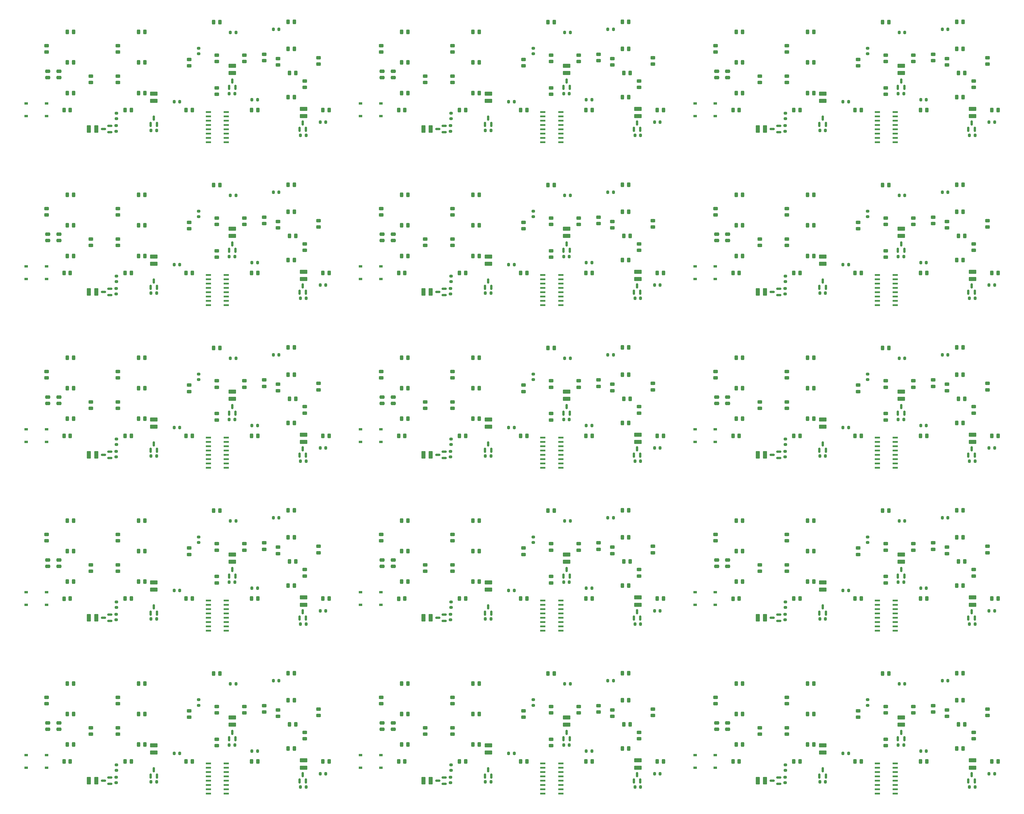
<source format=gtp>
%TF.GenerationSoftware,KiCad,Pcbnew,7.0.1-3b83917a11~171~ubuntu20.04.1*%
%TF.CreationDate,2023-10-26T23:57:43+02:00*%
%TF.ProjectId,panel_bottom,70616e65-6c5f-4626-9f74-746f6d2e6b69,rev?*%
%TF.SameCoordinates,Original*%
%TF.FileFunction,Paste,Top*%
%TF.FilePolarity,Positive*%
%FSLAX46Y46*%
G04 Gerber Fmt 4.6, Leading zero omitted, Abs format (unit mm)*
G04 Created by KiCad (PCBNEW 7.0.1-3b83917a11~171~ubuntu20.04.1) date 2023-10-26 23:57:43*
%MOMM*%
%LPD*%
G01*
G04 APERTURE LIST*
G04 Aperture macros list*
%AMRoundRect*
0 Rectangle with rounded corners*
0 $1 Rounding radius*
0 $2 $3 $4 $5 $6 $7 $8 $9 X,Y pos of 4 corners*
0 Add a 4 corners polygon primitive as box body*
4,1,4,$2,$3,$4,$5,$6,$7,$8,$9,$2,$3,0*
0 Add four circle primitives for the rounded corners*
1,1,$1+$1,$2,$3*
1,1,$1+$1,$4,$5*
1,1,$1+$1,$6,$7*
1,1,$1+$1,$8,$9*
0 Add four rect primitives between the rounded corners*
20,1,$1+$1,$2,$3,$4,$5,0*
20,1,$1+$1,$4,$5,$6,$7,0*
20,1,$1+$1,$6,$7,$8,$9,0*
20,1,$1+$1,$8,$9,$2,$3,0*%
G04 Aperture macros list end*
%ADD10RoundRect,0.243750X0.456250X-0.243750X0.456250X0.243750X-0.456250X0.243750X-0.456250X-0.243750X0*%
%ADD11RoundRect,0.250000X0.850000X-0.375000X0.850000X0.375000X-0.850000X0.375000X-0.850000X-0.375000X0*%
%ADD12RoundRect,0.243750X-0.243750X-0.456250X0.243750X-0.456250X0.243750X0.456250X-0.243750X0.456250X0*%
%ADD13RoundRect,0.150000X0.150000X-0.587500X0.150000X0.587500X-0.150000X0.587500X-0.150000X-0.587500X0*%
%ADD14RoundRect,0.243750X0.243750X0.456250X-0.243750X0.456250X-0.243750X-0.456250X0.243750X-0.456250X0*%
%ADD15RoundRect,0.243750X-0.456250X0.243750X-0.456250X-0.243750X0.456250X-0.243750X0.456250X0.243750X0*%
%ADD16RoundRect,0.200000X0.275000X-0.200000X0.275000X0.200000X-0.275000X0.200000X-0.275000X-0.200000X0*%
%ADD17RoundRect,0.200000X0.200000X0.275000X-0.200000X0.275000X-0.200000X-0.275000X0.200000X-0.275000X0*%
%ADD18RoundRect,0.250000X-0.475000X0.250000X-0.475000X-0.250000X0.475000X-0.250000X0.475000X0.250000X0*%
%ADD19R,1.000000X0.750000*%
%ADD20RoundRect,0.200000X-0.275000X0.200000X-0.275000X-0.200000X0.275000X-0.200000X0.275000X0.200000X0*%
%ADD21RoundRect,0.250000X0.375000X0.850000X-0.375000X0.850000X-0.375000X-0.850000X0.375000X-0.850000X0*%
%ADD22RoundRect,0.137500X-0.662500X-0.137500X0.662500X-0.137500X0.662500X0.137500X-0.662500X0.137500X0*%
%ADD23RoundRect,0.150000X0.587500X0.150000X-0.587500X0.150000X-0.587500X-0.150000X0.587500X-0.150000X0*%
%ADD24RoundRect,0.200000X-0.200000X-0.275000X0.200000X-0.275000X0.200000X0.275000X-0.200000X0.275000X0*%
G04 APERTURE END LIST*
D10*
%TO.C,D21*%
X160842000Y-184695500D03*
X160842000Y-182820500D03*
%TD*%
%TO.C,D21*%
X259342000Y-184695500D03*
X259342000Y-182820500D03*
%TD*%
%TO.C,D21*%
X62342000Y-232695500D03*
X62342000Y-230820500D03*
%TD*%
%TO.C,D21*%
X160842000Y-232695500D03*
X160842000Y-230820500D03*
%TD*%
%TO.C,D21*%
X259342000Y-232695500D03*
X259342000Y-230820500D03*
%TD*%
%TO.C,D21*%
X259342000Y-40695500D03*
X259342000Y-38820500D03*
%TD*%
%TO.C,D21*%
X62342000Y-88695500D03*
X62342000Y-86820500D03*
%TD*%
%TO.C,D21*%
X160842000Y-88695500D03*
X160842000Y-86820500D03*
%TD*%
%TO.C,D21*%
X259342000Y-88695500D03*
X259342000Y-86820500D03*
%TD*%
%TO.C,D21*%
X62342000Y-136695500D03*
X62342000Y-134820500D03*
%TD*%
%TO.C,D21*%
X160842000Y-136695500D03*
X160842000Y-134820500D03*
%TD*%
%TO.C,D21*%
X259342000Y-136695500D03*
X259342000Y-134820500D03*
%TD*%
%TO.C,D21*%
X62342000Y-184695500D03*
X62342000Y-182820500D03*
%TD*%
%TO.C,D21*%
X62342000Y-40695500D03*
X62342000Y-38820500D03*
%TD*%
%TO.C,D21*%
X160842000Y-40695500D03*
X160842000Y-38820500D03*
%TD*%
D11*
%TO.C,L2*%
X87904000Y-56811000D03*
X87904000Y-54661000D03*
%TD*%
%TO.C,L2*%
X186404000Y-56811000D03*
X186404000Y-54661000D03*
%TD*%
%TO.C,L2*%
X284904000Y-56811000D03*
X284904000Y-54661000D03*
%TD*%
%TO.C,L2*%
X87904000Y-104811000D03*
X87904000Y-102661000D03*
%TD*%
%TO.C,L2*%
X186404000Y-104811000D03*
X186404000Y-102661000D03*
%TD*%
%TO.C,L2*%
X284904000Y-104811000D03*
X284904000Y-102661000D03*
%TD*%
%TO.C,L2*%
X87904000Y-152811000D03*
X87904000Y-150661000D03*
%TD*%
%TO.C,L2*%
X186404000Y-152811000D03*
X186404000Y-150661000D03*
%TD*%
%TO.C,L2*%
X284904000Y-152811000D03*
X284904000Y-150661000D03*
%TD*%
%TO.C,L2*%
X87904000Y-200811000D03*
X87904000Y-198661000D03*
%TD*%
%TO.C,L2*%
X186404000Y-200811000D03*
X186404000Y-198661000D03*
%TD*%
%TO.C,L2*%
X284904000Y-200811000D03*
X284904000Y-198661000D03*
%TD*%
%TO.C,L2*%
X87904000Y-248811000D03*
X87904000Y-246661000D03*
%TD*%
%TO.C,L2*%
X186404000Y-248811000D03*
X186404000Y-246661000D03*
%TD*%
%TO.C,L2*%
X284904000Y-248811000D03*
X284904000Y-246661000D03*
%TD*%
D12*
%TO.C,D22*%
X290584000Y-150998000D03*
X292459000Y-150998000D03*
%TD*%
%TO.C,D22*%
X93584000Y-198998000D03*
X95459000Y-198998000D03*
%TD*%
%TO.C,D22*%
X192084000Y-198998000D03*
X193959000Y-198998000D03*
%TD*%
%TO.C,D22*%
X290584000Y-198998000D03*
X292459000Y-198998000D03*
%TD*%
%TO.C,D22*%
X93584000Y-246998000D03*
X95459000Y-246998000D03*
%TD*%
%TO.C,D22*%
X192084000Y-246998000D03*
X193959000Y-246998000D03*
%TD*%
%TO.C,D22*%
X290584000Y-246998000D03*
X292459000Y-246998000D03*
%TD*%
%TO.C,D22*%
X93584000Y-54998000D03*
X95459000Y-54998000D03*
%TD*%
%TO.C,D22*%
X192084000Y-54998000D03*
X193959000Y-54998000D03*
%TD*%
%TO.C,D22*%
X290584000Y-54998000D03*
X292459000Y-54998000D03*
%TD*%
%TO.C,D22*%
X93584000Y-102998000D03*
X95459000Y-102998000D03*
%TD*%
%TO.C,D22*%
X192084000Y-102998000D03*
X193959000Y-102998000D03*
%TD*%
%TO.C,D22*%
X290584000Y-102998000D03*
X292459000Y-102998000D03*
%TD*%
%TO.C,D22*%
X93584000Y-150998000D03*
X95459000Y-150998000D03*
%TD*%
%TO.C,D22*%
X192084000Y-150998000D03*
X193959000Y-150998000D03*
%TD*%
D11*
%TO.C,L5*%
X43850000Y-52350000D03*
X43850000Y-50200000D03*
%TD*%
%TO.C,L5*%
X142350000Y-52350000D03*
X142350000Y-50200000D03*
%TD*%
%TO.C,L5*%
X240850000Y-52350000D03*
X240850000Y-50200000D03*
%TD*%
%TO.C,L5*%
X43850000Y-100350000D03*
X43850000Y-98200000D03*
%TD*%
%TO.C,L5*%
X142350000Y-100350000D03*
X142350000Y-98200000D03*
%TD*%
%TO.C,L5*%
X240850000Y-100350000D03*
X240850000Y-98200000D03*
%TD*%
%TO.C,L5*%
X43850000Y-148350000D03*
X43850000Y-146200000D03*
%TD*%
%TO.C,L5*%
X142350000Y-148350000D03*
X142350000Y-146200000D03*
%TD*%
%TO.C,L5*%
X240850000Y-148350000D03*
X240850000Y-146200000D03*
%TD*%
%TO.C,L5*%
X43850000Y-196350000D03*
X43850000Y-194200000D03*
%TD*%
%TO.C,L5*%
X142350000Y-196350000D03*
X142350000Y-194200000D03*
%TD*%
%TO.C,L5*%
X240850000Y-196350000D03*
X240850000Y-194200000D03*
%TD*%
%TO.C,L5*%
X43850000Y-244350000D03*
X43850000Y-242200000D03*
%TD*%
%TO.C,L5*%
X142350000Y-244350000D03*
X142350000Y-242200000D03*
%TD*%
%TO.C,L5*%
X240850000Y-244350000D03*
X240850000Y-242200000D03*
%TD*%
D13*
%TO.C,Q2*%
X42850000Y-59275000D03*
X44750000Y-59275000D03*
X43800000Y-57400000D03*
%TD*%
%TO.C,Q2*%
X141350000Y-59275000D03*
X143250000Y-59275000D03*
X142300000Y-57400000D03*
%TD*%
%TO.C,Q2*%
X239850000Y-59275000D03*
X241750000Y-59275000D03*
X240800000Y-57400000D03*
%TD*%
%TO.C,Q2*%
X42850000Y-107275000D03*
X44750000Y-107275000D03*
X43800000Y-105400000D03*
%TD*%
%TO.C,Q2*%
X141350000Y-107275000D03*
X143250000Y-107275000D03*
X142300000Y-105400000D03*
%TD*%
%TO.C,Q2*%
X239850000Y-107275000D03*
X241750000Y-107275000D03*
X240800000Y-105400000D03*
%TD*%
%TO.C,Q2*%
X42850000Y-155275000D03*
X44750000Y-155275000D03*
X43800000Y-153400000D03*
%TD*%
%TO.C,Q2*%
X141350000Y-155275000D03*
X143250000Y-155275000D03*
X142300000Y-153400000D03*
%TD*%
%TO.C,Q2*%
X239850000Y-155275000D03*
X241750000Y-155275000D03*
X240800000Y-153400000D03*
%TD*%
%TO.C,Q2*%
X42850000Y-203275000D03*
X44750000Y-203275000D03*
X43800000Y-201400000D03*
%TD*%
%TO.C,Q2*%
X141350000Y-203275000D03*
X143250000Y-203275000D03*
X142300000Y-201400000D03*
%TD*%
%TO.C,Q2*%
X239850000Y-203275000D03*
X241750000Y-203275000D03*
X240800000Y-201400000D03*
%TD*%
%TO.C,Q2*%
X42850000Y-251275000D03*
X44750000Y-251275000D03*
X43800000Y-249400000D03*
%TD*%
%TO.C,Q2*%
X141350000Y-251275000D03*
X143250000Y-251275000D03*
X142300000Y-249400000D03*
%TD*%
%TO.C,Q2*%
X239850000Y-251275000D03*
X241750000Y-251275000D03*
X240800000Y-249400000D03*
%TD*%
D12*
%TO.C,D5*%
X18312500Y-50000000D03*
X20187500Y-50000000D03*
%TD*%
%TO.C,D5*%
X116812500Y-50000000D03*
X118687500Y-50000000D03*
%TD*%
%TO.C,D5*%
X215312500Y-50000000D03*
X217187500Y-50000000D03*
%TD*%
%TO.C,D5*%
X18312500Y-98000000D03*
X20187500Y-98000000D03*
%TD*%
%TO.C,D5*%
X116812500Y-98000000D03*
X118687500Y-98000000D03*
%TD*%
%TO.C,D5*%
X215312500Y-98000000D03*
X217187500Y-98000000D03*
%TD*%
%TO.C,D5*%
X18312500Y-146000000D03*
X20187500Y-146000000D03*
%TD*%
%TO.C,D5*%
X116812500Y-146000000D03*
X118687500Y-146000000D03*
%TD*%
%TO.C,D5*%
X215312500Y-146000000D03*
X217187500Y-146000000D03*
%TD*%
%TO.C,D5*%
X18312500Y-194000000D03*
X20187500Y-194000000D03*
%TD*%
%TO.C,D5*%
X116812500Y-194000000D03*
X118687500Y-194000000D03*
%TD*%
%TO.C,D5*%
X215312500Y-194000000D03*
X217187500Y-194000000D03*
%TD*%
%TO.C,D5*%
X18312500Y-242000000D03*
X20187500Y-242000000D03*
%TD*%
%TO.C,D5*%
X116812500Y-242000000D03*
X118687500Y-242000000D03*
%TD*%
%TO.C,D5*%
X215312500Y-242000000D03*
X217187500Y-242000000D03*
%TD*%
D14*
%TO.C,D13*%
X37187500Y-55000000D03*
X35312500Y-55000000D03*
%TD*%
%TO.C,D13*%
X135687500Y-55000000D03*
X133812500Y-55000000D03*
%TD*%
%TO.C,D13*%
X234187500Y-55000000D03*
X232312500Y-55000000D03*
%TD*%
%TO.C,D13*%
X37187500Y-103000000D03*
X35312500Y-103000000D03*
%TD*%
%TO.C,D13*%
X135687500Y-103000000D03*
X133812500Y-103000000D03*
%TD*%
%TO.C,D13*%
X234187500Y-103000000D03*
X232312500Y-103000000D03*
%TD*%
%TO.C,D13*%
X37187500Y-151000000D03*
X35312500Y-151000000D03*
%TD*%
%TO.C,D13*%
X135687500Y-151000000D03*
X133812500Y-151000000D03*
%TD*%
%TO.C,D13*%
X234187500Y-151000000D03*
X232312500Y-151000000D03*
%TD*%
%TO.C,D13*%
X37187500Y-199000000D03*
X35312500Y-199000000D03*
%TD*%
%TO.C,D13*%
X135687500Y-199000000D03*
X133812500Y-199000000D03*
%TD*%
%TO.C,D13*%
X234187500Y-199000000D03*
X232312500Y-199000000D03*
%TD*%
%TO.C,D13*%
X37187500Y-247000000D03*
X35312500Y-247000000D03*
%TD*%
%TO.C,D13*%
X135687500Y-247000000D03*
X133812500Y-247000000D03*
%TD*%
%TO.C,D13*%
X234187500Y-247000000D03*
X232312500Y-247000000D03*
%TD*%
D10*
%TO.C,D26*%
X80376000Y-41711500D03*
X80376000Y-39836500D03*
%TD*%
%TO.C,D26*%
X178876000Y-41711500D03*
X178876000Y-39836500D03*
%TD*%
%TO.C,D26*%
X277376000Y-41711500D03*
X277376000Y-39836500D03*
%TD*%
%TO.C,D26*%
X80376000Y-89711500D03*
X80376000Y-87836500D03*
%TD*%
%TO.C,D26*%
X178876000Y-89711500D03*
X178876000Y-87836500D03*
%TD*%
%TO.C,D26*%
X277376000Y-89711500D03*
X277376000Y-87836500D03*
%TD*%
%TO.C,D26*%
X80376000Y-137711500D03*
X80376000Y-135836500D03*
%TD*%
%TO.C,D26*%
X178876000Y-137711500D03*
X178876000Y-135836500D03*
%TD*%
%TO.C,D26*%
X277376000Y-137711500D03*
X277376000Y-135836500D03*
%TD*%
%TO.C,D26*%
X80376000Y-185711500D03*
X80376000Y-183836500D03*
%TD*%
%TO.C,D26*%
X178876000Y-185711500D03*
X178876000Y-183836500D03*
%TD*%
%TO.C,D26*%
X277376000Y-185711500D03*
X277376000Y-183836500D03*
%TD*%
%TO.C,D26*%
X80376000Y-233711500D03*
X80376000Y-231836500D03*
%TD*%
%TO.C,D26*%
X178876000Y-233711500D03*
X178876000Y-231836500D03*
%TD*%
%TO.C,D26*%
X277376000Y-233711500D03*
X277376000Y-231836500D03*
%TD*%
D12*
%TO.C,D1*%
X18312500Y-32000000D03*
X20187500Y-32000000D03*
%TD*%
%TO.C,D1*%
X116812500Y-32000000D03*
X118687500Y-32000000D03*
%TD*%
%TO.C,D1*%
X215312500Y-32000000D03*
X217187500Y-32000000D03*
%TD*%
%TO.C,D1*%
X18312500Y-80000000D03*
X20187500Y-80000000D03*
%TD*%
%TO.C,D1*%
X116812500Y-80000000D03*
X118687500Y-80000000D03*
%TD*%
%TO.C,D1*%
X215312500Y-80000000D03*
X217187500Y-80000000D03*
%TD*%
%TO.C,D1*%
X18312500Y-128000000D03*
X20187500Y-128000000D03*
%TD*%
%TO.C,D1*%
X116812500Y-128000000D03*
X118687500Y-128000000D03*
%TD*%
%TO.C,D1*%
X215312500Y-128000000D03*
X217187500Y-128000000D03*
%TD*%
%TO.C,D1*%
X18312500Y-176000000D03*
X20187500Y-176000000D03*
%TD*%
%TO.C,D1*%
X116812500Y-176000000D03*
X118687500Y-176000000D03*
%TD*%
%TO.C,D1*%
X215312500Y-176000000D03*
X217187500Y-176000000D03*
%TD*%
%TO.C,D1*%
X18312500Y-224000000D03*
X20187500Y-224000000D03*
%TD*%
%TO.C,D1*%
X116812500Y-224000000D03*
X118687500Y-224000000D03*
%TD*%
%TO.C,D1*%
X215312500Y-224000000D03*
X217187500Y-224000000D03*
%TD*%
D15*
%TO.C,D2*%
X12250000Y-36062500D03*
X12250000Y-37937500D03*
%TD*%
%TO.C,D2*%
X110750000Y-36062500D03*
X110750000Y-37937500D03*
%TD*%
%TO.C,D2*%
X209250000Y-36062500D03*
X209250000Y-37937500D03*
%TD*%
%TO.C,D2*%
X12250000Y-84062500D03*
X12250000Y-85937500D03*
%TD*%
%TO.C,D2*%
X110750000Y-84062500D03*
X110750000Y-85937500D03*
%TD*%
%TO.C,D2*%
X209250000Y-84062500D03*
X209250000Y-85937500D03*
%TD*%
%TO.C,D2*%
X12250000Y-132062500D03*
X12250000Y-133937500D03*
%TD*%
%TO.C,D2*%
X110750000Y-132062500D03*
X110750000Y-133937500D03*
%TD*%
%TO.C,D2*%
X209250000Y-132062500D03*
X209250000Y-133937500D03*
%TD*%
%TO.C,D2*%
X12250000Y-180062500D03*
X12250000Y-181937500D03*
%TD*%
%TO.C,D2*%
X110750000Y-180062500D03*
X110750000Y-181937500D03*
%TD*%
%TO.C,D2*%
X209250000Y-180062500D03*
X209250000Y-181937500D03*
%TD*%
%TO.C,D2*%
X12250000Y-228062500D03*
X12250000Y-229937500D03*
%TD*%
%TO.C,D2*%
X110750000Y-228062500D03*
X110750000Y-229937500D03*
%TD*%
%TO.C,D2*%
X209250000Y-228062500D03*
X209250000Y-229937500D03*
%TD*%
D16*
%TO.C,R8*%
X57050000Y-38450000D03*
X57050000Y-36800000D03*
%TD*%
%TO.C,R8*%
X155550000Y-38450000D03*
X155550000Y-36800000D03*
%TD*%
%TO.C,R8*%
X254050000Y-38450000D03*
X254050000Y-36800000D03*
%TD*%
%TO.C,R8*%
X57050000Y-86450000D03*
X57050000Y-84800000D03*
%TD*%
%TO.C,R8*%
X155550000Y-86450000D03*
X155550000Y-84800000D03*
%TD*%
%TO.C,R8*%
X254050000Y-86450000D03*
X254050000Y-84800000D03*
%TD*%
%TO.C,R8*%
X57050000Y-134450000D03*
X57050000Y-132800000D03*
%TD*%
%TO.C,R8*%
X155550000Y-134450000D03*
X155550000Y-132800000D03*
%TD*%
%TO.C,R8*%
X254050000Y-134450000D03*
X254050000Y-132800000D03*
%TD*%
%TO.C,R8*%
X57050000Y-182450000D03*
X57050000Y-180800000D03*
%TD*%
%TO.C,R8*%
X155550000Y-182450000D03*
X155550000Y-180800000D03*
%TD*%
%TO.C,R8*%
X254050000Y-182450000D03*
X254050000Y-180800000D03*
%TD*%
%TO.C,R8*%
X57050000Y-230450000D03*
X57050000Y-228800000D03*
%TD*%
%TO.C,R8*%
X155550000Y-230450000D03*
X155550000Y-228800000D03*
%TD*%
%TO.C,R8*%
X254050000Y-230450000D03*
X254050000Y-228800000D03*
%TD*%
D12*
%TO.C,D10*%
X39312500Y-50000000D03*
X41187500Y-50000000D03*
%TD*%
%TO.C,D10*%
X137812500Y-50000000D03*
X139687500Y-50000000D03*
%TD*%
%TO.C,D10*%
X236312500Y-50000000D03*
X238187500Y-50000000D03*
%TD*%
%TO.C,D10*%
X39312500Y-98000000D03*
X41187500Y-98000000D03*
%TD*%
%TO.C,D10*%
X137812500Y-98000000D03*
X139687500Y-98000000D03*
%TD*%
%TO.C,D10*%
X236312500Y-98000000D03*
X238187500Y-98000000D03*
%TD*%
%TO.C,D10*%
X39312500Y-146000000D03*
X41187500Y-146000000D03*
%TD*%
%TO.C,D10*%
X137812500Y-146000000D03*
X139687500Y-146000000D03*
%TD*%
%TO.C,D10*%
X236312500Y-146000000D03*
X238187500Y-146000000D03*
%TD*%
%TO.C,D10*%
X39312500Y-194000000D03*
X41187500Y-194000000D03*
%TD*%
%TO.C,D10*%
X137812500Y-194000000D03*
X139687500Y-194000000D03*
%TD*%
%TO.C,D10*%
X236312500Y-194000000D03*
X238187500Y-194000000D03*
%TD*%
%TO.C,D10*%
X39312500Y-242000000D03*
X41187500Y-242000000D03*
%TD*%
%TO.C,D10*%
X137812500Y-242000000D03*
X139687500Y-242000000D03*
%TD*%
%TO.C,D10*%
X236312500Y-242000000D03*
X238187500Y-242000000D03*
%TD*%
D17*
%TO.C,R12*%
X94450000Y-58600000D03*
X92800000Y-58600000D03*
%TD*%
%TO.C,R12*%
X192950000Y-58600000D03*
X191300000Y-58600000D03*
%TD*%
%TO.C,R12*%
X291450000Y-58600000D03*
X289800000Y-58600000D03*
%TD*%
%TO.C,R12*%
X94450000Y-106600000D03*
X92800000Y-106600000D03*
%TD*%
%TO.C,R12*%
X192950000Y-106600000D03*
X191300000Y-106600000D03*
%TD*%
%TO.C,R12*%
X291450000Y-106600000D03*
X289800000Y-106600000D03*
%TD*%
%TO.C,R12*%
X94450000Y-154600000D03*
X92800000Y-154600000D03*
%TD*%
%TO.C,R12*%
X192950000Y-154600000D03*
X191300000Y-154600000D03*
%TD*%
%TO.C,R12*%
X291450000Y-154600000D03*
X289800000Y-154600000D03*
%TD*%
%TO.C,R12*%
X94450000Y-202600000D03*
X92800000Y-202600000D03*
%TD*%
%TO.C,R12*%
X192950000Y-202600000D03*
X191300000Y-202600000D03*
%TD*%
%TO.C,R12*%
X291450000Y-202600000D03*
X289800000Y-202600000D03*
%TD*%
%TO.C,R12*%
X94450000Y-250600000D03*
X92800000Y-250600000D03*
%TD*%
%TO.C,R12*%
X192950000Y-250600000D03*
X191300000Y-250600000D03*
%TD*%
%TO.C,R12*%
X291450000Y-250600000D03*
X289800000Y-250600000D03*
%TD*%
D12*
%TO.C,D15*%
X61404500Y-29090000D03*
X63279500Y-29090000D03*
%TD*%
%TO.C,D15*%
X159904500Y-29090000D03*
X161779500Y-29090000D03*
%TD*%
%TO.C,D15*%
X258404500Y-29090000D03*
X260279500Y-29090000D03*
%TD*%
%TO.C,D15*%
X61404500Y-77090000D03*
X63279500Y-77090000D03*
%TD*%
%TO.C,D15*%
X159904500Y-77090000D03*
X161779500Y-77090000D03*
%TD*%
%TO.C,D15*%
X258404500Y-77090000D03*
X260279500Y-77090000D03*
%TD*%
%TO.C,D15*%
X61404500Y-125090000D03*
X63279500Y-125090000D03*
%TD*%
%TO.C,D15*%
X159904500Y-125090000D03*
X161779500Y-125090000D03*
%TD*%
%TO.C,D15*%
X258404500Y-125090000D03*
X260279500Y-125090000D03*
%TD*%
%TO.C,D15*%
X61404500Y-173090000D03*
X63279500Y-173090000D03*
%TD*%
%TO.C,D15*%
X159904500Y-173090000D03*
X161779500Y-173090000D03*
%TD*%
%TO.C,D15*%
X258404500Y-173090000D03*
X260279500Y-173090000D03*
%TD*%
%TO.C,D15*%
X61404500Y-221090000D03*
X63279500Y-221090000D03*
%TD*%
%TO.C,D15*%
X159904500Y-221090000D03*
X161779500Y-221090000D03*
%TD*%
%TO.C,D15*%
X258404500Y-221090000D03*
X260279500Y-221090000D03*
%TD*%
%TO.C,D14*%
X53312500Y-55000000D03*
X55187500Y-55000000D03*
%TD*%
%TO.C,D14*%
X151812500Y-55000000D03*
X153687500Y-55000000D03*
%TD*%
%TO.C,D14*%
X250312500Y-55000000D03*
X252187500Y-55000000D03*
%TD*%
%TO.C,D14*%
X53312500Y-103000000D03*
X55187500Y-103000000D03*
%TD*%
%TO.C,D14*%
X151812500Y-103000000D03*
X153687500Y-103000000D03*
%TD*%
%TO.C,D14*%
X250312500Y-103000000D03*
X252187500Y-103000000D03*
%TD*%
%TO.C,D14*%
X53312500Y-151000000D03*
X55187500Y-151000000D03*
%TD*%
%TO.C,D14*%
X151812500Y-151000000D03*
X153687500Y-151000000D03*
%TD*%
%TO.C,D14*%
X250312500Y-151000000D03*
X252187500Y-151000000D03*
%TD*%
%TO.C,D14*%
X53312500Y-199000000D03*
X55187500Y-199000000D03*
%TD*%
%TO.C,D14*%
X151812500Y-199000000D03*
X153687500Y-199000000D03*
%TD*%
%TO.C,D14*%
X250312500Y-199000000D03*
X252187500Y-199000000D03*
%TD*%
%TO.C,D14*%
X53312500Y-247000000D03*
X55187500Y-247000000D03*
%TD*%
%TO.C,D14*%
X151812500Y-247000000D03*
X153687500Y-247000000D03*
%TD*%
%TO.C,D14*%
X250312500Y-247000000D03*
X252187500Y-247000000D03*
%TD*%
D18*
%TO.C,C3*%
X12558000Y-43600000D03*
X12558000Y-45500000D03*
%TD*%
%TO.C,C3*%
X111058000Y-43600000D03*
X111058000Y-45500000D03*
%TD*%
%TO.C,C3*%
X209558000Y-43600000D03*
X209558000Y-45500000D03*
%TD*%
%TO.C,C3*%
X12558000Y-91600000D03*
X12558000Y-93500000D03*
%TD*%
%TO.C,C3*%
X111058000Y-91600000D03*
X111058000Y-93500000D03*
%TD*%
%TO.C,C3*%
X209558000Y-91600000D03*
X209558000Y-93500000D03*
%TD*%
%TO.C,C3*%
X12558000Y-139600000D03*
X12558000Y-141500000D03*
%TD*%
%TO.C,C3*%
X111058000Y-139600000D03*
X111058000Y-141500000D03*
%TD*%
%TO.C,C3*%
X209558000Y-139600000D03*
X209558000Y-141500000D03*
%TD*%
%TO.C,C3*%
X12558000Y-187600000D03*
X12558000Y-189500000D03*
%TD*%
%TO.C,C3*%
X111058000Y-187600000D03*
X111058000Y-189500000D03*
%TD*%
%TO.C,C3*%
X209558000Y-187600000D03*
X209558000Y-189500000D03*
%TD*%
%TO.C,C3*%
X12558000Y-235600000D03*
X12558000Y-237500000D03*
%TD*%
%TO.C,C3*%
X111058000Y-235600000D03*
X111058000Y-237500000D03*
%TD*%
%TO.C,C3*%
X209558000Y-235600000D03*
X209558000Y-237500000D03*
%TD*%
D12*
%TO.C,D11*%
X115916500Y-247002000D03*
X117687500Y-247000000D03*
%TD*%
%TO.C,D11*%
X214416500Y-247002000D03*
X216187500Y-247000000D03*
%TD*%
%TO.C,D11*%
X17416500Y-55002000D03*
X19187500Y-55000000D03*
%TD*%
%TO.C,D11*%
X115916500Y-55002000D03*
X117687500Y-55000000D03*
%TD*%
%TO.C,D11*%
X214416500Y-55002000D03*
X216187500Y-55000000D03*
%TD*%
%TO.C,D11*%
X17416500Y-103002000D03*
X19187500Y-103000000D03*
%TD*%
%TO.C,D11*%
X115916500Y-103002000D03*
X117687500Y-103000000D03*
%TD*%
%TO.C,D11*%
X214416500Y-103002000D03*
X216187500Y-103000000D03*
%TD*%
%TO.C,D11*%
X17416500Y-151002000D03*
X19187500Y-151000000D03*
%TD*%
%TO.C,D11*%
X115916500Y-151002000D03*
X117687500Y-151000000D03*
%TD*%
%TO.C,D11*%
X214416500Y-151002000D03*
X216187500Y-151000000D03*
%TD*%
%TO.C,D11*%
X17416500Y-199002000D03*
X19187500Y-199000000D03*
%TD*%
%TO.C,D11*%
X115916500Y-199002000D03*
X117687500Y-199000000D03*
%TD*%
%TO.C,D11*%
X214416500Y-199002000D03*
X216187500Y-199000000D03*
%TD*%
%TO.C,D11*%
X17416500Y-247002000D03*
X19187500Y-247000000D03*
%TD*%
D19*
%TO.C,SW1*%
X12200000Y-56825000D03*
X6200000Y-56825000D03*
X12200000Y-53075000D03*
X6200000Y-53075000D03*
%TD*%
%TO.C,SW1*%
X110700000Y-56825000D03*
X104700000Y-56825000D03*
X110700000Y-53075000D03*
X104700000Y-53075000D03*
%TD*%
%TO.C,SW1*%
X209200000Y-56825000D03*
X203200000Y-56825000D03*
X209200000Y-53075000D03*
X203200000Y-53075000D03*
%TD*%
%TO.C,SW1*%
X12200000Y-104825000D03*
X6200000Y-104825000D03*
X12200000Y-101075000D03*
X6200000Y-101075000D03*
%TD*%
%TO.C,SW1*%
X110700000Y-104825000D03*
X104700000Y-104825000D03*
X110700000Y-101075000D03*
X104700000Y-101075000D03*
%TD*%
%TO.C,SW1*%
X209200000Y-104825000D03*
X203200000Y-104825000D03*
X209200000Y-101075000D03*
X203200000Y-101075000D03*
%TD*%
%TO.C,SW1*%
X12200000Y-152825000D03*
X6200000Y-152825000D03*
X12200000Y-149075000D03*
X6200000Y-149075000D03*
%TD*%
%TO.C,SW1*%
X110700000Y-152825000D03*
X104700000Y-152825000D03*
X110700000Y-149075000D03*
X104700000Y-149075000D03*
%TD*%
%TO.C,SW1*%
X209200000Y-152825000D03*
X203200000Y-152825000D03*
X209200000Y-149075000D03*
X203200000Y-149075000D03*
%TD*%
%TO.C,SW1*%
X12200000Y-200825000D03*
X6200000Y-200825000D03*
X12200000Y-197075000D03*
X6200000Y-197075000D03*
%TD*%
%TO.C,SW1*%
X110700000Y-200825000D03*
X104700000Y-200825000D03*
X110700000Y-197075000D03*
X104700000Y-197075000D03*
%TD*%
%TO.C,SW1*%
X209200000Y-200825000D03*
X203200000Y-200825000D03*
X209200000Y-197075000D03*
X203200000Y-197075000D03*
%TD*%
%TO.C,SW1*%
X12200000Y-248825000D03*
X6200000Y-248825000D03*
X12200000Y-245075000D03*
X6200000Y-245075000D03*
%TD*%
%TO.C,SW1*%
X110700000Y-248825000D03*
X104700000Y-248825000D03*
X110700000Y-245075000D03*
X104700000Y-245075000D03*
%TD*%
%TO.C,SW1*%
X209200000Y-248825000D03*
X203200000Y-248825000D03*
X209200000Y-245075000D03*
X203200000Y-245075000D03*
%TD*%
D13*
%TO.C,Q3*%
X65964000Y-48315500D03*
X67864000Y-48315500D03*
X66914000Y-46440500D03*
%TD*%
%TO.C,Q3*%
X164464000Y-48315500D03*
X166364000Y-48315500D03*
X165414000Y-46440500D03*
%TD*%
%TO.C,Q3*%
X262964000Y-48315500D03*
X264864000Y-48315500D03*
X263914000Y-46440500D03*
%TD*%
%TO.C,Q3*%
X65964000Y-96315500D03*
X67864000Y-96315500D03*
X66914000Y-94440500D03*
%TD*%
%TO.C,Q3*%
X164464000Y-96315500D03*
X166364000Y-96315500D03*
X165414000Y-94440500D03*
%TD*%
%TO.C,Q3*%
X262964000Y-96315500D03*
X264864000Y-96315500D03*
X263914000Y-94440500D03*
%TD*%
%TO.C,Q3*%
X65964000Y-144315500D03*
X67864000Y-144315500D03*
X66914000Y-142440500D03*
%TD*%
%TO.C,Q3*%
X164464000Y-144315500D03*
X166364000Y-144315500D03*
X165414000Y-142440500D03*
%TD*%
%TO.C,Q3*%
X262964000Y-144315500D03*
X264864000Y-144315500D03*
X263914000Y-142440500D03*
%TD*%
%TO.C,Q3*%
X65964000Y-192315500D03*
X67864000Y-192315500D03*
X66914000Y-190440500D03*
%TD*%
%TO.C,Q3*%
X164464000Y-192315500D03*
X166364000Y-192315500D03*
X165414000Y-190440500D03*
%TD*%
%TO.C,Q3*%
X262964000Y-192315500D03*
X264864000Y-192315500D03*
X263914000Y-190440500D03*
%TD*%
%TO.C,Q3*%
X65964000Y-240315500D03*
X67864000Y-240315500D03*
X66914000Y-238440500D03*
%TD*%
%TO.C,Q3*%
X164464000Y-240315500D03*
X166364000Y-240315500D03*
X165414000Y-238440500D03*
%TD*%
%TO.C,Q3*%
X262964000Y-240315500D03*
X264864000Y-240315500D03*
X263914000Y-238440500D03*
%TD*%
D20*
%TO.C,R2*%
X32850000Y-55950000D03*
X32850000Y-57600000D03*
%TD*%
%TO.C,R2*%
X131350000Y-55950000D03*
X131350000Y-57600000D03*
%TD*%
%TO.C,R2*%
X229850000Y-55950000D03*
X229850000Y-57600000D03*
%TD*%
%TO.C,R2*%
X32850000Y-103950000D03*
X32850000Y-105600000D03*
%TD*%
%TO.C,R2*%
X131350000Y-103950000D03*
X131350000Y-105600000D03*
%TD*%
%TO.C,R2*%
X229850000Y-103950000D03*
X229850000Y-105600000D03*
%TD*%
%TO.C,R2*%
X32850000Y-151950000D03*
X32850000Y-153600000D03*
%TD*%
%TO.C,R2*%
X131350000Y-151950000D03*
X131350000Y-153600000D03*
%TD*%
%TO.C,R2*%
X229850000Y-151950000D03*
X229850000Y-153600000D03*
%TD*%
%TO.C,R2*%
X32850000Y-199950000D03*
X32850000Y-201600000D03*
%TD*%
%TO.C,R2*%
X131350000Y-199950000D03*
X131350000Y-201600000D03*
%TD*%
%TO.C,R2*%
X229850000Y-199950000D03*
X229850000Y-201600000D03*
%TD*%
%TO.C,R2*%
X32850000Y-247950000D03*
X32850000Y-249600000D03*
%TD*%
%TO.C,R2*%
X131350000Y-247950000D03*
X131350000Y-249600000D03*
%TD*%
%TO.C,R2*%
X229850000Y-247950000D03*
X229850000Y-249600000D03*
%TD*%
D21*
%TO.C,L4*%
X26850000Y-60600000D03*
X24700000Y-60600000D03*
%TD*%
%TO.C,L4*%
X125350000Y-60600000D03*
X123200000Y-60600000D03*
%TD*%
%TO.C,L4*%
X223850000Y-60600000D03*
X221700000Y-60600000D03*
%TD*%
%TO.C,L4*%
X26850000Y-108600000D03*
X24700000Y-108600000D03*
%TD*%
%TO.C,L4*%
X125350000Y-108600000D03*
X123200000Y-108600000D03*
%TD*%
%TO.C,L4*%
X223850000Y-108600000D03*
X221700000Y-108600000D03*
%TD*%
%TO.C,L4*%
X26850000Y-156600000D03*
X24700000Y-156600000D03*
%TD*%
%TO.C,L4*%
X125350000Y-156600000D03*
X123200000Y-156600000D03*
%TD*%
%TO.C,L4*%
X223850000Y-156600000D03*
X221700000Y-156600000D03*
%TD*%
%TO.C,L4*%
X26850000Y-204600000D03*
X24700000Y-204600000D03*
%TD*%
%TO.C,L4*%
X125350000Y-204600000D03*
X123200000Y-204600000D03*
%TD*%
%TO.C,L4*%
X223850000Y-204600000D03*
X221700000Y-204600000D03*
%TD*%
%TO.C,L4*%
X26850000Y-252600000D03*
X24700000Y-252600000D03*
%TD*%
%TO.C,L4*%
X125350000Y-252600000D03*
X123200000Y-252600000D03*
%TD*%
%TO.C,L4*%
X223850000Y-252600000D03*
X221700000Y-252600000D03*
%TD*%
D12*
%TO.C,D27*%
X83756500Y-44076000D03*
X85631500Y-44076000D03*
%TD*%
%TO.C,D27*%
X182256500Y-44076000D03*
X184131500Y-44076000D03*
%TD*%
%TO.C,D27*%
X280756500Y-44076000D03*
X282631500Y-44076000D03*
%TD*%
%TO.C,D27*%
X83756500Y-92076000D03*
X85631500Y-92076000D03*
%TD*%
%TO.C,D27*%
X182256500Y-92076000D03*
X184131500Y-92076000D03*
%TD*%
%TO.C,D27*%
X280756500Y-92076000D03*
X282631500Y-92076000D03*
%TD*%
%TO.C,D27*%
X83756500Y-140076000D03*
X85631500Y-140076000D03*
%TD*%
%TO.C,D27*%
X182256500Y-140076000D03*
X184131500Y-140076000D03*
%TD*%
%TO.C,D27*%
X280756500Y-140076000D03*
X282631500Y-140076000D03*
%TD*%
%TO.C,D27*%
X83756500Y-188076000D03*
X85631500Y-188076000D03*
%TD*%
%TO.C,D27*%
X182256500Y-188076000D03*
X184131500Y-188076000D03*
%TD*%
%TO.C,D27*%
X280756500Y-188076000D03*
X282631500Y-188076000D03*
%TD*%
%TO.C,D27*%
X83756500Y-236076000D03*
X85631500Y-236076000D03*
%TD*%
%TO.C,D27*%
X182256500Y-236076000D03*
X184131500Y-236076000D03*
%TD*%
%TO.C,D27*%
X280756500Y-236076000D03*
X282631500Y-236076000D03*
%TD*%
D13*
%TO.C,Q4*%
X86700000Y-60737500D03*
X88600000Y-60737500D03*
X87650000Y-58862500D03*
%TD*%
%TO.C,Q4*%
X185200000Y-60737500D03*
X187100000Y-60737500D03*
X186150000Y-58862500D03*
%TD*%
%TO.C,Q4*%
X283700000Y-60737500D03*
X285600000Y-60737500D03*
X284650000Y-58862500D03*
%TD*%
%TO.C,Q4*%
X86700000Y-108737500D03*
X88600000Y-108737500D03*
X87650000Y-106862500D03*
%TD*%
%TO.C,Q4*%
X185200000Y-108737500D03*
X187100000Y-108737500D03*
X186150000Y-106862500D03*
%TD*%
%TO.C,Q4*%
X283700000Y-108737500D03*
X285600000Y-108737500D03*
X284650000Y-106862500D03*
%TD*%
%TO.C,Q4*%
X86700000Y-156737500D03*
X88600000Y-156737500D03*
X87650000Y-154862500D03*
%TD*%
%TO.C,Q4*%
X185200000Y-156737500D03*
X187100000Y-156737500D03*
X186150000Y-154862500D03*
%TD*%
%TO.C,Q4*%
X283700000Y-156737500D03*
X285600000Y-156737500D03*
X284650000Y-154862500D03*
%TD*%
%TO.C,Q4*%
X86700000Y-204737500D03*
X88600000Y-204737500D03*
X87650000Y-202862500D03*
%TD*%
%TO.C,Q4*%
X185200000Y-204737500D03*
X187100000Y-204737500D03*
X186150000Y-202862500D03*
%TD*%
%TO.C,Q4*%
X283700000Y-204737500D03*
X285600000Y-204737500D03*
X284650000Y-202862500D03*
%TD*%
%TO.C,Q4*%
X86700000Y-252737500D03*
X88600000Y-252737500D03*
X87650000Y-250862500D03*
%TD*%
%TO.C,Q4*%
X185200000Y-252737500D03*
X187100000Y-252737500D03*
X186150000Y-250862500D03*
%TD*%
%TO.C,Q4*%
X283700000Y-252737500D03*
X285600000Y-252737500D03*
X284650000Y-250862500D03*
%TD*%
D12*
%TO.C,D6*%
X39312500Y-32000000D03*
X41187500Y-32000000D03*
%TD*%
%TO.C,D6*%
X137812500Y-32000000D03*
X139687500Y-32000000D03*
%TD*%
%TO.C,D6*%
X236312500Y-32000000D03*
X238187500Y-32000000D03*
%TD*%
%TO.C,D6*%
X39312500Y-128000000D03*
X41187500Y-128000000D03*
%TD*%
%TO.C,D6*%
X39312500Y-80000000D03*
X41187500Y-80000000D03*
%TD*%
%TO.C,D6*%
X137812500Y-80000000D03*
X139687500Y-80000000D03*
%TD*%
%TO.C,D6*%
X236312500Y-80000000D03*
X238187500Y-80000000D03*
%TD*%
%TO.C,D6*%
X137812500Y-128000000D03*
X139687500Y-128000000D03*
%TD*%
%TO.C,D6*%
X236312500Y-128000000D03*
X238187500Y-128000000D03*
%TD*%
%TO.C,D6*%
X39312500Y-176000000D03*
X41187500Y-176000000D03*
%TD*%
%TO.C,D6*%
X137812500Y-176000000D03*
X139687500Y-176000000D03*
%TD*%
%TO.C,D6*%
X236312500Y-176000000D03*
X238187500Y-176000000D03*
%TD*%
%TO.C,D6*%
X39312500Y-224000000D03*
X41187500Y-224000000D03*
%TD*%
%TO.C,D6*%
X137812500Y-224000000D03*
X139687500Y-224000000D03*
%TD*%
%TO.C,D6*%
X236312500Y-224000000D03*
X238187500Y-224000000D03*
%TD*%
D10*
%TO.C,D24*%
X70470000Y-40695500D03*
X70470000Y-38820500D03*
%TD*%
%TO.C,D24*%
X168970000Y-40695500D03*
X168970000Y-38820500D03*
%TD*%
%TO.C,D24*%
X267470000Y-40695500D03*
X267470000Y-38820500D03*
%TD*%
%TO.C,D24*%
X70470000Y-88695500D03*
X70470000Y-86820500D03*
%TD*%
%TO.C,D24*%
X168970000Y-88695500D03*
X168970000Y-86820500D03*
%TD*%
%TO.C,D24*%
X267470000Y-88695500D03*
X267470000Y-86820500D03*
%TD*%
%TO.C,D24*%
X70470000Y-136695500D03*
X70470000Y-134820500D03*
%TD*%
%TO.C,D24*%
X168970000Y-136695500D03*
X168970000Y-134820500D03*
%TD*%
%TO.C,D24*%
X267470000Y-136695500D03*
X267470000Y-134820500D03*
%TD*%
%TO.C,D24*%
X70470000Y-184695500D03*
X70470000Y-182820500D03*
%TD*%
%TO.C,D24*%
X168970000Y-184695500D03*
X168970000Y-182820500D03*
%TD*%
%TO.C,D24*%
X267470000Y-184695500D03*
X267470000Y-182820500D03*
%TD*%
%TO.C,D24*%
X70470000Y-232695500D03*
X70470000Y-230820500D03*
%TD*%
%TO.C,D24*%
X168970000Y-232695500D03*
X168970000Y-230820500D03*
%TD*%
%TO.C,D24*%
X267470000Y-232695500D03*
X267470000Y-230820500D03*
%TD*%
D15*
%TO.C,D7*%
X33250000Y-36062500D03*
X33250000Y-37937500D03*
%TD*%
%TO.C,D7*%
X131750000Y-36062500D03*
X131750000Y-37937500D03*
%TD*%
%TO.C,D7*%
X230250000Y-36062500D03*
X230250000Y-37937500D03*
%TD*%
%TO.C,D7*%
X33250000Y-84062500D03*
X33250000Y-85937500D03*
%TD*%
%TO.C,D7*%
X131750000Y-84062500D03*
X131750000Y-85937500D03*
%TD*%
%TO.C,D7*%
X230250000Y-84062500D03*
X230250000Y-85937500D03*
%TD*%
%TO.C,D7*%
X33250000Y-132062500D03*
X33250000Y-133937500D03*
%TD*%
%TO.C,D7*%
X131750000Y-132062500D03*
X131750000Y-133937500D03*
%TD*%
%TO.C,D7*%
X230250000Y-132062500D03*
X230250000Y-133937500D03*
%TD*%
%TO.C,D7*%
X33250000Y-180062500D03*
X33250000Y-181937500D03*
%TD*%
%TO.C,D7*%
X131750000Y-180062500D03*
X131750000Y-181937500D03*
%TD*%
%TO.C,D7*%
X230250000Y-180062500D03*
X230250000Y-181937500D03*
%TD*%
%TO.C,D7*%
X33250000Y-228062500D03*
X33250000Y-229937500D03*
%TD*%
%TO.C,D7*%
X131750000Y-228062500D03*
X131750000Y-229937500D03*
%TD*%
%TO.C,D7*%
X230250000Y-228062500D03*
X230250000Y-229937500D03*
%TD*%
D11*
%TO.C,L1*%
X66914000Y-44135000D03*
X66914000Y-41985000D03*
%TD*%
%TO.C,L1*%
X165414000Y-44135000D03*
X165414000Y-41985000D03*
%TD*%
%TO.C,L1*%
X263914000Y-44135000D03*
X263914000Y-41985000D03*
%TD*%
%TO.C,L1*%
X66914000Y-92135000D03*
X66914000Y-89985000D03*
%TD*%
%TO.C,L1*%
X165414000Y-92135000D03*
X165414000Y-89985000D03*
%TD*%
%TO.C,L1*%
X263914000Y-92135000D03*
X263914000Y-89985000D03*
%TD*%
%TO.C,L1*%
X66914000Y-140135000D03*
X66914000Y-137985000D03*
%TD*%
%TO.C,L1*%
X165414000Y-140135000D03*
X165414000Y-137985000D03*
%TD*%
%TO.C,L1*%
X263914000Y-140135000D03*
X263914000Y-137985000D03*
%TD*%
%TO.C,L1*%
X66914000Y-188135000D03*
X66914000Y-185985000D03*
%TD*%
%TO.C,L1*%
X165414000Y-188135000D03*
X165414000Y-185985000D03*
%TD*%
%TO.C,L1*%
X263914000Y-188135000D03*
X263914000Y-185985000D03*
%TD*%
%TO.C,L1*%
X66914000Y-236135000D03*
X66914000Y-233985000D03*
%TD*%
%TO.C,L1*%
X165414000Y-236135000D03*
X165414000Y-233985000D03*
%TD*%
%TO.C,L1*%
X263914000Y-236135000D03*
X263914000Y-233985000D03*
%TD*%
D22*
%TO.C,U1*%
X59886800Y-55582200D03*
X59886800Y-56852200D03*
X59886800Y-58122200D03*
X59886800Y-59392200D03*
X59886800Y-60662200D03*
X59886800Y-61932200D03*
X59886800Y-63202200D03*
X59886800Y-64472200D03*
X65186800Y-64472200D03*
X65186800Y-63202200D03*
X65186800Y-61932200D03*
X65186800Y-60662200D03*
X65186800Y-59392200D03*
X65186800Y-58122200D03*
X65186800Y-56852200D03*
X65186800Y-55582200D03*
%TD*%
%TO.C,U1*%
X158386800Y-55582200D03*
X158386800Y-56852200D03*
X158386800Y-58122200D03*
X158386800Y-59392200D03*
X158386800Y-60662200D03*
X158386800Y-61932200D03*
X158386800Y-63202200D03*
X158386800Y-64472200D03*
X163686800Y-64472200D03*
X163686800Y-63202200D03*
X163686800Y-61932200D03*
X163686800Y-60662200D03*
X163686800Y-59392200D03*
X163686800Y-58122200D03*
X163686800Y-56852200D03*
X163686800Y-55582200D03*
%TD*%
%TO.C,U1*%
X256886800Y-55582200D03*
X256886800Y-56852200D03*
X256886800Y-58122200D03*
X256886800Y-59392200D03*
X256886800Y-60662200D03*
X256886800Y-61932200D03*
X256886800Y-63202200D03*
X256886800Y-64472200D03*
X262186800Y-64472200D03*
X262186800Y-63202200D03*
X262186800Y-61932200D03*
X262186800Y-60662200D03*
X262186800Y-59392200D03*
X262186800Y-58122200D03*
X262186800Y-56852200D03*
X262186800Y-55582200D03*
%TD*%
%TO.C,U1*%
X59886800Y-103582200D03*
X59886800Y-104852200D03*
X59886800Y-106122200D03*
X59886800Y-107392200D03*
X59886800Y-108662200D03*
X59886800Y-109932200D03*
X59886800Y-111202200D03*
X59886800Y-112472200D03*
X65186800Y-112472200D03*
X65186800Y-111202200D03*
X65186800Y-109932200D03*
X65186800Y-108662200D03*
X65186800Y-107392200D03*
X65186800Y-106122200D03*
X65186800Y-104852200D03*
X65186800Y-103582200D03*
%TD*%
%TO.C,U1*%
X158386800Y-103582200D03*
X158386800Y-104852200D03*
X158386800Y-106122200D03*
X158386800Y-107392200D03*
X158386800Y-108662200D03*
X158386800Y-109932200D03*
X158386800Y-111202200D03*
X158386800Y-112472200D03*
X163686800Y-112472200D03*
X163686800Y-111202200D03*
X163686800Y-109932200D03*
X163686800Y-108662200D03*
X163686800Y-107392200D03*
X163686800Y-106122200D03*
X163686800Y-104852200D03*
X163686800Y-103582200D03*
%TD*%
%TO.C,U1*%
X256886800Y-103582200D03*
X256886800Y-104852200D03*
X256886800Y-106122200D03*
X256886800Y-107392200D03*
X256886800Y-108662200D03*
X256886800Y-109932200D03*
X256886800Y-111202200D03*
X256886800Y-112472200D03*
X262186800Y-112472200D03*
X262186800Y-111202200D03*
X262186800Y-109932200D03*
X262186800Y-108662200D03*
X262186800Y-107392200D03*
X262186800Y-106122200D03*
X262186800Y-104852200D03*
X262186800Y-103582200D03*
%TD*%
%TO.C,U1*%
X59886800Y-151582200D03*
X59886800Y-152852200D03*
X59886800Y-154122200D03*
X59886800Y-155392200D03*
X59886800Y-156662200D03*
X59886800Y-157932200D03*
X59886800Y-159202200D03*
X59886800Y-160472200D03*
X65186800Y-160472200D03*
X65186800Y-159202200D03*
X65186800Y-157932200D03*
X65186800Y-156662200D03*
X65186800Y-155392200D03*
X65186800Y-154122200D03*
X65186800Y-152852200D03*
X65186800Y-151582200D03*
%TD*%
%TO.C,U1*%
X158386800Y-151582200D03*
X158386800Y-152852200D03*
X158386800Y-154122200D03*
X158386800Y-155392200D03*
X158386800Y-156662200D03*
X158386800Y-157932200D03*
X158386800Y-159202200D03*
X158386800Y-160472200D03*
X163686800Y-160472200D03*
X163686800Y-159202200D03*
X163686800Y-157932200D03*
X163686800Y-156662200D03*
X163686800Y-155392200D03*
X163686800Y-154122200D03*
X163686800Y-152852200D03*
X163686800Y-151582200D03*
%TD*%
%TO.C,U1*%
X256886800Y-151582200D03*
X256886800Y-152852200D03*
X256886800Y-154122200D03*
X256886800Y-155392200D03*
X256886800Y-156662200D03*
X256886800Y-157932200D03*
X256886800Y-159202200D03*
X256886800Y-160472200D03*
X262186800Y-160472200D03*
X262186800Y-159202200D03*
X262186800Y-157932200D03*
X262186800Y-156662200D03*
X262186800Y-155392200D03*
X262186800Y-154122200D03*
X262186800Y-152852200D03*
X262186800Y-151582200D03*
%TD*%
%TO.C,U1*%
X59886800Y-199582200D03*
X59886800Y-200852200D03*
X59886800Y-202122200D03*
X59886800Y-203392200D03*
X59886800Y-204662200D03*
X59886800Y-205932200D03*
X59886800Y-207202200D03*
X59886800Y-208472200D03*
X65186800Y-208472200D03*
X65186800Y-207202200D03*
X65186800Y-205932200D03*
X65186800Y-204662200D03*
X65186800Y-203392200D03*
X65186800Y-202122200D03*
X65186800Y-200852200D03*
X65186800Y-199582200D03*
%TD*%
%TO.C,U1*%
X158386800Y-199582200D03*
X158386800Y-200852200D03*
X158386800Y-202122200D03*
X158386800Y-203392200D03*
X158386800Y-204662200D03*
X158386800Y-205932200D03*
X158386800Y-207202200D03*
X158386800Y-208472200D03*
X163686800Y-208472200D03*
X163686800Y-207202200D03*
X163686800Y-205932200D03*
X163686800Y-204662200D03*
X163686800Y-203392200D03*
X163686800Y-202122200D03*
X163686800Y-200852200D03*
X163686800Y-199582200D03*
%TD*%
%TO.C,U1*%
X256886800Y-199582200D03*
X256886800Y-200852200D03*
X256886800Y-202122200D03*
X256886800Y-203392200D03*
X256886800Y-204662200D03*
X256886800Y-205932200D03*
X256886800Y-207202200D03*
X256886800Y-208472200D03*
X262186800Y-208472200D03*
X262186800Y-207202200D03*
X262186800Y-205932200D03*
X262186800Y-204662200D03*
X262186800Y-203392200D03*
X262186800Y-202122200D03*
X262186800Y-200852200D03*
X262186800Y-199582200D03*
%TD*%
%TO.C,U1*%
X59886800Y-247582200D03*
X59886800Y-248852200D03*
X59886800Y-250122200D03*
X59886800Y-251392200D03*
X59886800Y-252662200D03*
X59886800Y-253932200D03*
X59886800Y-255202200D03*
X59886800Y-256472200D03*
X65186800Y-256472200D03*
X65186800Y-255202200D03*
X65186800Y-253932200D03*
X65186800Y-252662200D03*
X65186800Y-251392200D03*
X65186800Y-250122200D03*
X65186800Y-248852200D03*
X65186800Y-247582200D03*
%TD*%
%TO.C,U1*%
X158386800Y-247582200D03*
X158386800Y-248852200D03*
X158386800Y-250122200D03*
X158386800Y-251392200D03*
X158386800Y-252662200D03*
X158386800Y-253932200D03*
X158386800Y-255202200D03*
X158386800Y-256472200D03*
X163686800Y-256472200D03*
X163686800Y-255202200D03*
X163686800Y-253932200D03*
X163686800Y-252662200D03*
X163686800Y-251392200D03*
X163686800Y-250122200D03*
X163686800Y-248852200D03*
X163686800Y-247582200D03*
%TD*%
%TO.C,U1*%
X256886800Y-247582200D03*
X256886800Y-248852200D03*
X256886800Y-250122200D03*
X256886800Y-251392200D03*
X256886800Y-252662200D03*
X256886800Y-253932200D03*
X256886800Y-255202200D03*
X256886800Y-256472200D03*
X262186800Y-256472200D03*
X262186800Y-255202200D03*
X262186800Y-253932200D03*
X262186800Y-252662200D03*
X262186800Y-251392200D03*
X262186800Y-250122200D03*
X262186800Y-248852200D03*
X262186800Y-247582200D03*
%TD*%
D12*
%TO.C,D29*%
X83312500Y-51188000D03*
X85187500Y-51188000D03*
%TD*%
%TO.C,D29*%
X181812500Y-51188000D03*
X183687500Y-51188000D03*
%TD*%
%TO.C,D29*%
X280312500Y-51188000D03*
X282187500Y-51188000D03*
%TD*%
%TO.C,D29*%
X83312500Y-99188000D03*
X85187500Y-99188000D03*
%TD*%
%TO.C,D29*%
X181812500Y-99188000D03*
X183687500Y-99188000D03*
%TD*%
%TO.C,D29*%
X280312500Y-99188000D03*
X282187500Y-99188000D03*
%TD*%
%TO.C,D29*%
X83312500Y-147188000D03*
X85187500Y-147188000D03*
%TD*%
%TO.C,D29*%
X181812500Y-147188000D03*
X183687500Y-147188000D03*
%TD*%
%TO.C,D29*%
X280312500Y-147188000D03*
X282187500Y-147188000D03*
%TD*%
%TO.C,D29*%
X83312500Y-195188000D03*
X85187500Y-195188000D03*
%TD*%
%TO.C,D29*%
X181812500Y-195188000D03*
X183687500Y-195188000D03*
%TD*%
%TO.C,D29*%
X280312500Y-195188000D03*
X282187500Y-195188000D03*
%TD*%
%TO.C,D29*%
X83312500Y-243188000D03*
X85187500Y-243188000D03*
%TD*%
%TO.C,D29*%
X181812500Y-243188000D03*
X183687500Y-243188000D03*
%TD*%
%TO.C,D29*%
X280312500Y-243188000D03*
X282187500Y-243188000D03*
%TD*%
D17*
%TO.C,R5*%
X74343000Y-51950000D03*
X72693000Y-51950000D03*
%TD*%
%TO.C,R5*%
X172843000Y-51950000D03*
X171193000Y-51950000D03*
%TD*%
%TO.C,R5*%
X271343000Y-51950000D03*
X269693000Y-51950000D03*
%TD*%
%TO.C,R5*%
X74343000Y-99950000D03*
X72693000Y-99950000D03*
%TD*%
%TO.C,R5*%
X172843000Y-99950000D03*
X171193000Y-99950000D03*
%TD*%
%TO.C,R5*%
X271343000Y-99950000D03*
X269693000Y-99950000D03*
%TD*%
%TO.C,R5*%
X74343000Y-147950000D03*
X72693000Y-147950000D03*
%TD*%
%TO.C,R5*%
X172843000Y-147950000D03*
X171193000Y-147950000D03*
%TD*%
%TO.C,R5*%
X271343000Y-147950000D03*
X269693000Y-147950000D03*
%TD*%
%TO.C,R5*%
X74343000Y-195950000D03*
X72693000Y-195950000D03*
%TD*%
%TO.C,R5*%
X172843000Y-195950000D03*
X171193000Y-195950000D03*
%TD*%
%TO.C,R5*%
X271343000Y-195950000D03*
X269693000Y-195950000D03*
%TD*%
%TO.C,R5*%
X74343000Y-243950000D03*
X72693000Y-243950000D03*
%TD*%
%TO.C,R5*%
X172843000Y-243950000D03*
X171193000Y-243950000D03*
%TD*%
%TO.C,R5*%
X271343000Y-243950000D03*
X269693000Y-243950000D03*
%TD*%
D15*
%TO.C,D9*%
X33250000Y-45062500D03*
X33250000Y-46937500D03*
%TD*%
%TO.C,D9*%
X131750000Y-45062500D03*
X131750000Y-46937500D03*
%TD*%
%TO.C,D9*%
X230250000Y-45062500D03*
X230250000Y-46937500D03*
%TD*%
%TO.C,D9*%
X33250000Y-93062500D03*
X33250000Y-94937500D03*
%TD*%
%TO.C,D9*%
X131750000Y-93062500D03*
X131750000Y-94937500D03*
%TD*%
%TO.C,D9*%
X230250000Y-93062500D03*
X230250000Y-94937500D03*
%TD*%
%TO.C,D9*%
X33250000Y-141062500D03*
X33250000Y-142937500D03*
%TD*%
%TO.C,D9*%
X131750000Y-141062500D03*
X131750000Y-142937500D03*
%TD*%
%TO.C,D9*%
X230250000Y-141062500D03*
X230250000Y-142937500D03*
%TD*%
%TO.C,D9*%
X33250000Y-189062500D03*
X33250000Y-190937500D03*
%TD*%
%TO.C,D9*%
X131750000Y-189062500D03*
X131750000Y-190937500D03*
%TD*%
%TO.C,D9*%
X230250000Y-189062500D03*
X230250000Y-190937500D03*
%TD*%
%TO.C,D9*%
X33250000Y-237062500D03*
X33250000Y-238937500D03*
%TD*%
%TO.C,D9*%
X131750000Y-237062500D03*
X131750000Y-238937500D03*
%TD*%
%TO.C,D9*%
X230250000Y-237062500D03*
X230250000Y-238937500D03*
%TD*%
D17*
%TO.C,R1*%
X44625000Y-60998500D03*
X42975000Y-60998500D03*
%TD*%
%TO.C,R1*%
X143125000Y-60998500D03*
X141475000Y-60998500D03*
%TD*%
%TO.C,R1*%
X241625000Y-60998500D03*
X239975000Y-60998500D03*
%TD*%
%TO.C,R1*%
X44625000Y-108998500D03*
X42975000Y-108998500D03*
%TD*%
%TO.C,R1*%
X143125000Y-108998500D03*
X141475000Y-108998500D03*
%TD*%
%TO.C,R1*%
X241625000Y-108998500D03*
X239975000Y-108998500D03*
%TD*%
%TO.C,R1*%
X44625000Y-156998500D03*
X42975000Y-156998500D03*
%TD*%
%TO.C,R1*%
X143125000Y-156998500D03*
X141475000Y-156998500D03*
%TD*%
%TO.C,R1*%
X241625000Y-156998500D03*
X239975000Y-156998500D03*
%TD*%
%TO.C,R1*%
X44625000Y-204998500D03*
X42975000Y-204998500D03*
%TD*%
%TO.C,R1*%
X143125000Y-204998500D03*
X141475000Y-204998500D03*
%TD*%
%TO.C,R1*%
X241625000Y-204998500D03*
X239975000Y-204998500D03*
%TD*%
%TO.C,R1*%
X44625000Y-252998500D03*
X42975000Y-252998500D03*
%TD*%
%TO.C,R1*%
X143125000Y-252998500D03*
X141475000Y-252998500D03*
%TD*%
%TO.C,R1*%
X241625000Y-252998500D03*
X239975000Y-252998500D03*
%TD*%
D10*
%TO.C,D23*%
X54214000Y-41965500D03*
X54214000Y-40090500D03*
%TD*%
%TO.C,D23*%
X152714000Y-41965500D03*
X152714000Y-40090500D03*
%TD*%
%TO.C,D23*%
X251214000Y-41965500D03*
X251214000Y-40090500D03*
%TD*%
%TO.C,D23*%
X54214000Y-89965500D03*
X54214000Y-88090500D03*
%TD*%
%TO.C,D23*%
X152714000Y-89965500D03*
X152714000Y-88090500D03*
%TD*%
%TO.C,D23*%
X251214000Y-89965500D03*
X251214000Y-88090500D03*
%TD*%
%TO.C,D23*%
X54214000Y-137965500D03*
X54214000Y-136090500D03*
%TD*%
%TO.C,D23*%
X152714000Y-137965500D03*
X152714000Y-136090500D03*
%TD*%
%TO.C,D23*%
X251214000Y-137965500D03*
X251214000Y-136090500D03*
%TD*%
%TO.C,D23*%
X54214000Y-185965500D03*
X54214000Y-184090500D03*
%TD*%
%TO.C,D23*%
X152714000Y-185965500D03*
X152714000Y-184090500D03*
%TD*%
%TO.C,D23*%
X251214000Y-185965500D03*
X251214000Y-184090500D03*
%TD*%
%TO.C,D23*%
X54214000Y-233965500D03*
X54214000Y-232090500D03*
%TD*%
%TO.C,D23*%
X152714000Y-233965500D03*
X152714000Y-232090500D03*
%TD*%
%TO.C,D23*%
X251214000Y-233965500D03*
X251214000Y-232090500D03*
%TD*%
D15*
%TO.C,D12*%
X62342000Y-48472500D03*
X62342000Y-50347500D03*
%TD*%
%TO.C,D12*%
X160842000Y-48472500D03*
X160842000Y-50347500D03*
%TD*%
%TO.C,D12*%
X259342000Y-48472500D03*
X259342000Y-50347500D03*
%TD*%
%TO.C,D12*%
X62342000Y-96472500D03*
X62342000Y-98347500D03*
%TD*%
%TO.C,D12*%
X160842000Y-96472500D03*
X160842000Y-98347500D03*
%TD*%
%TO.C,D12*%
X259342000Y-96472500D03*
X259342000Y-98347500D03*
%TD*%
%TO.C,D12*%
X62342000Y-144472500D03*
X62342000Y-146347500D03*
%TD*%
%TO.C,D12*%
X160842000Y-144472500D03*
X160842000Y-146347500D03*
%TD*%
%TO.C,D12*%
X259342000Y-144472500D03*
X259342000Y-146347500D03*
%TD*%
%TO.C,D12*%
X62342000Y-192472500D03*
X62342000Y-194347500D03*
%TD*%
%TO.C,D12*%
X160842000Y-192472500D03*
X160842000Y-194347500D03*
%TD*%
%TO.C,D12*%
X259342000Y-192472500D03*
X259342000Y-194347500D03*
%TD*%
%TO.C,D12*%
X62342000Y-240472500D03*
X62342000Y-242347500D03*
%TD*%
%TO.C,D12*%
X160842000Y-240472500D03*
X160842000Y-242347500D03*
%TD*%
%TO.C,D12*%
X259342000Y-240472500D03*
X259342000Y-242347500D03*
%TD*%
D23*
%TO.C,Q1*%
X30850000Y-61575000D03*
X30850000Y-59675000D03*
X28975000Y-60625000D03*
%TD*%
%TO.C,Q1*%
X129350000Y-61575000D03*
X129350000Y-59675000D03*
X127475000Y-60625000D03*
%TD*%
%TO.C,Q1*%
X227850000Y-61575000D03*
X227850000Y-59675000D03*
X225975000Y-60625000D03*
%TD*%
%TO.C,Q1*%
X30850000Y-109575000D03*
X30850000Y-107675000D03*
X28975000Y-108625000D03*
%TD*%
%TO.C,Q1*%
X129350000Y-109575000D03*
X129350000Y-107675000D03*
X127475000Y-108625000D03*
%TD*%
%TO.C,Q1*%
X227850000Y-109575000D03*
X227850000Y-107675000D03*
X225975000Y-108625000D03*
%TD*%
%TO.C,Q1*%
X30850000Y-157575000D03*
X30850000Y-155675000D03*
X28975000Y-156625000D03*
%TD*%
%TO.C,Q1*%
X129350000Y-157575000D03*
X129350000Y-155675000D03*
X127475000Y-156625000D03*
%TD*%
%TO.C,Q1*%
X227850000Y-157575000D03*
X227850000Y-155675000D03*
X225975000Y-156625000D03*
%TD*%
%TO.C,Q1*%
X30850000Y-205575000D03*
X30850000Y-203675000D03*
X28975000Y-204625000D03*
%TD*%
%TO.C,Q1*%
X129350000Y-205575000D03*
X129350000Y-203675000D03*
X127475000Y-204625000D03*
%TD*%
%TO.C,Q1*%
X227850000Y-205575000D03*
X227850000Y-203675000D03*
X225975000Y-204625000D03*
%TD*%
%TO.C,Q1*%
X30850000Y-253575000D03*
X30850000Y-251675000D03*
X28975000Y-252625000D03*
%TD*%
%TO.C,Q1*%
X129350000Y-253575000D03*
X129350000Y-251675000D03*
X127475000Y-252625000D03*
%TD*%
%TO.C,Q1*%
X227850000Y-253575000D03*
X227850000Y-251675000D03*
X225975000Y-252625000D03*
%TD*%
D18*
%TO.C,C4*%
X15850000Y-43600000D03*
X15850000Y-45500000D03*
%TD*%
%TO.C,C4*%
X114350000Y-43600000D03*
X114350000Y-45500000D03*
%TD*%
%TO.C,C4*%
X212850000Y-43600000D03*
X212850000Y-45500000D03*
%TD*%
%TO.C,C4*%
X15850000Y-91600000D03*
X15850000Y-93500000D03*
%TD*%
%TO.C,C4*%
X114350000Y-91600000D03*
X114350000Y-93500000D03*
%TD*%
%TO.C,C4*%
X212850000Y-91600000D03*
X212850000Y-93500000D03*
%TD*%
%TO.C,C4*%
X114350000Y-235600000D03*
X114350000Y-237500000D03*
%TD*%
%TO.C,C4*%
X15850000Y-139600000D03*
X15850000Y-141500000D03*
%TD*%
%TO.C,C4*%
X114350000Y-139600000D03*
X114350000Y-141500000D03*
%TD*%
%TO.C,C4*%
X212850000Y-139600000D03*
X212850000Y-141500000D03*
%TD*%
%TO.C,C4*%
X15850000Y-187600000D03*
X15850000Y-189500000D03*
%TD*%
%TO.C,C4*%
X114350000Y-187600000D03*
X114350000Y-189500000D03*
%TD*%
%TO.C,C4*%
X212850000Y-187600000D03*
X212850000Y-189500000D03*
%TD*%
%TO.C,C4*%
X15850000Y-235600000D03*
X15850000Y-237500000D03*
%TD*%
%TO.C,C4*%
X212850000Y-235600000D03*
X212850000Y-237500000D03*
%TD*%
D24*
%TO.C,R4*%
X66343000Y-32138000D03*
X67993000Y-32138000D03*
%TD*%
%TO.C,R4*%
X164843000Y-32138000D03*
X166493000Y-32138000D03*
%TD*%
%TO.C,R4*%
X263343000Y-32138000D03*
X264993000Y-32138000D03*
%TD*%
%TO.C,R4*%
X66343000Y-80138000D03*
X67993000Y-80138000D03*
%TD*%
%TO.C,R4*%
X164843000Y-80138000D03*
X166493000Y-80138000D03*
%TD*%
%TO.C,R4*%
X263343000Y-80138000D03*
X264993000Y-80138000D03*
%TD*%
%TO.C,R4*%
X164843000Y-224138000D03*
X166493000Y-224138000D03*
%TD*%
%TO.C,R4*%
X66343000Y-128138000D03*
X67993000Y-128138000D03*
%TD*%
%TO.C,R4*%
X164843000Y-128138000D03*
X166493000Y-128138000D03*
%TD*%
%TO.C,R4*%
X263343000Y-128138000D03*
X264993000Y-128138000D03*
%TD*%
%TO.C,R4*%
X66343000Y-176138000D03*
X67993000Y-176138000D03*
%TD*%
%TO.C,R4*%
X164843000Y-176138000D03*
X166493000Y-176138000D03*
%TD*%
%TO.C,R4*%
X263343000Y-176138000D03*
X264993000Y-176138000D03*
%TD*%
%TO.C,R4*%
X66343000Y-224138000D03*
X67993000Y-224138000D03*
%TD*%
%TO.C,R4*%
X263343000Y-224138000D03*
X264993000Y-224138000D03*
%TD*%
D12*
%TO.C,D3*%
X18312500Y-41000000D03*
X20187500Y-41000000D03*
%TD*%
%TO.C,D3*%
X116812500Y-41000000D03*
X118687500Y-41000000D03*
%TD*%
%TO.C,D3*%
X215312500Y-41000000D03*
X217187500Y-41000000D03*
%TD*%
%TO.C,D3*%
X18312500Y-89000000D03*
X20187500Y-89000000D03*
%TD*%
%TO.C,D3*%
X116812500Y-89000000D03*
X118687500Y-89000000D03*
%TD*%
%TO.C,D3*%
X215312500Y-89000000D03*
X217187500Y-89000000D03*
%TD*%
%TO.C,D3*%
X18312500Y-137000000D03*
X20187500Y-137000000D03*
%TD*%
%TO.C,D3*%
X116812500Y-137000000D03*
X118687500Y-137000000D03*
%TD*%
%TO.C,D3*%
X215312500Y-137000000D03*
X217187500Y-137000000D03*
%TD*%
%TO.C,D3*%
X18312500Y-185000000D03*
X20187500Y-185000000D03*
%TD*%
%TO.C,D3*%
X116812500Y-185000000D03*
X118687500Y-185000000D03*
%TD*%
%TO.C,D3*%
X215312500Y-185000000D03*
X217187500Y-185000000D03*
%TD*%
%TO.C,D3*%
X18312500Y-233000000D03*
X20187500Y-233000000D03*
%TD*%
%TO.C,D3*%
X116812500Y-233000000D03*
X118687500Y-233000000D03*
%TD*%
%TO.C,D3*%
X215312500Y-233000000D03*
X217187500Y-233000000D03*
%TD*%
D17*
%TO.C,R3*%
X149950000Y-100600000D03*
X148300000Y-100600000D03*
%TD*%
%TO.C,R3*%
X51450000Y-52600000D03*
X49800000Y-52600000D03*
%TD*%
%TO.C,R3*%
X149950000Y-52600000D03*
X148300000Y-52600000D03*
%TD*%
%TO.C,R3*%
X248450000Y-52600000D03*
X246800000Y-52600000D03*
%TD*%
%TO.C,R3*%
X51450000Y-100600000D03*
X49800000Y-100600000D03*
%TD*%
%TO.C,R3*%
X248450000Y-100600000D03*
X246800000Y-100600000D03*
%TD*%
%TO.C,R3*%
X51450000Y-148600000D03*
X49800000Y-148600000D03*
%TD*%
%TO.C,R3*%
X149950000Y-148600000D03*
X148300000Y-148600000D03*
%TD*%
%TO.C,R3*%
X248450000Y-148600000D03*
X246800000Y-148600000D03*
%TD*%
%TO.C,R3*%
X51450000Y-196600000D03*
X49800000Y-196600000D03*
%TD*%
%TO.C,R3*%
X149950000Y-196600000D03*
X148300000Y-196600000D03*
%TD*%
%TO.C,R3*%
X248450000Y-196600000D03*
X246800000Y-196600000D03*
%TD*%
%TO.C,R3*%
X51450000Y-244600000D03*
X49800000Y-244600000D03*
%TD*%
%TO.C,R3*%
X149950000Y-244600000D03*
X148300000Y-244600000D03*
%TD*%
%TO.C,R3*%
X248450000Y-244600000D03*
X246800000Y-244600000D03*
%TD*%
%TO.C,R6*%
X67676000Y-50172000D03*
X66026000Y-50172000D03*
%TD*%
%TO.C,R6*%
X166176000Y-50172000D03*
X164526000Y-50172000D03*
%TD*%
%TO.C,R6*%
X264676000Y-50172000D03*
X263026000Y-50172000D03*
%TD*%
%TO.C,R6*%
X67676000Y-98172000D03*
X66026000Y-98172000D03*
%TD*%
%TO.C,R6*%
X166176000Y-98172000D03*
X164526000Y-98172000D03*
%TD*%
%TO.C,R6*%
X264676000Y-98172000D03*
X263026000Y-98172000D03*
%TD*%
%TO.C,R6*%
X67676000Y-146172000D03*
X66026000Y-146172000D03*
%TD*%
%TO.C,R6*%
X166176000Y-146172000D03*
X164526000Y-146172000D03*
%TD*%
%TO.C,R6*%
X264676000Y-146172000D03*
X263026000Y-146172000D03*
%TD*%
%TO.C,R6*%
X67676000Y-194172000D03*
X66026000Y-194172000D03*
%TD*%
%TO.C,R6*%
X166176000Y-194172000D03*
X164526000Y-194172000D03*
%TD*%
%TO.C,R6*%
X264676000Y-194172000D03*
X263026000Y-194172000D03*
%TD*%
%TO.C,R6*%
X67676000Y-242172000D03*
X66026000Y-242172000D03*
%TD*%
%TO.C,R6*%
X166176000Y-242172000D03*
X164526000Y-242172000D03*
%TD*%
%TO.C,R6*%
X264676000Y-242172000D03*
X263026000Y-242172000D03*
%TD*%
D12*
%TO.C,D17*%
X72580500Y-54998000D03*
X74455500Y-54998000D03*
%TD*%
%TO.C,D17*%
X171080500Y-54998000D03*
X172955500Y-54998000D03*
%TD*%
%TO.C,D17*%
X269580500Y-54998000D03*
X271455500Y-54998000D03*
%TD*%
%TO.C,D17*%
X72580500Y-102998000D03*
X74455500Y-102998000D03*
%TD*%
%TO.C,D17*%
X171080500Y-102998000D03*
X172955500Y-102998000D03*
%TD*%
%TO.C,D17*%
X269580500Y-102998000D03*
X271455500Y-102998000D03*
%TD*%
%TO.C,D17*%
X72580500Y-150998000D03*
X74455500Y-150998000D03*
%TD*%
%TO.C,D17*%
X171080500Y-150998000D03*
X172955500Y-150998000D03*
%TD*%
%TO.C,D17*%
X269580500Y-150998000D03*
X271455500Y-150998000D03*
%TD*%
%TO.C,D17*%
X72580500Y-198998000D03*
X74455500Y-198998000D03*
%TD*%
%TO.C,D17*%
X171080500Y-198998000D03*
X172955500Y-198998000D03*
%TD*%
%TO.C,D17*%
X269580500Y-198998000D03*
X271455500Y-198998000D03*
%TD*%
%TO.C,D17*%
X72580500Y-246998000D03*
X74455500Y-246998000D03*
%TD*%
%TO.C,D17*%
X171080500Y-246998000D03*
X172955500Y-246998000D03*
%TD*%
%TO.C,D17*%
X269580500Y-246998000D03*
X271455500Y-246998000D03*
%TD*%
D20*
%TO.C,R11*%
X32712500Y-59600000D03*
X32712500Y-61250000D03*
%TD*%
%TO.C,R11*%
X131212500Y-59600000D03*
X131212500Y-61250000D03*
%TD*%
%TO.C,R11*%
X229712500Y-59600000D03*
X229712500Y-61250000D03*
%TD*%
%TO.C,R11*%
X32712500Y-107600000D03*
X32712500Y-109250000D03*
%TD*%
%TO.C,R11*%
X131212500Y-107600000D03*
X131212500Y-109250000D03*
%TD*%
%TO.C,R11*%
X229712500Y-107600000D03*
X229712500Y-109250000D03*
%TD*%
%TO.C,R11*%
X32712500Y-155600000D03*
X32712500Y-157250000D03*
%TD*%
%TO.C,R11*%
X131212500Y-155600000D03*
X131212500Y-157250000D03*
%TD*%
%TO.C,R11*%
X229712500Y-155600000D03*
X229712500Y-157250000D03*
%TD*%
%TO.C,R11*%
X32712500Y-203600000D03*
X32712500Y-205250000D03*
%TD*%
%TO.C,R11*%
X131212500Y-203600000D03*
X131212500Y-205250000D03*
%TD*%
%TO.C,R11*%
X229712500Y-203600000D03*
X229712500Y-205250000D03*
%TD*%
%TO.C,R11*%
X32712500Y-251600000D03*
X32712500Y-253250000D03*
%TD*%
%TO.C,R11*%
X131212500Y-251600000D03*
X131212500Y-253250000D03*
%TD*%
%TO.C,R11*%
X229712500Y-251600000D03*
X229712500Y-253250000D03*
%TD*%
D10*
%TO.C,D18*%
X76312000Y-40441500D03*
X76312000Y-38566500D03*
%TD*%
%TO.C,D18*%
X174812000Y-40441500D03*
X174812000Y-38566500D03*
%TD*%
%TO.C,D18*%
X273312000Y-40441500D03*
X273312000Y-38566500D03*
%TD*%
%TO.C,D18*%
X76312000Y-88441500D03*
X76312000Y-86566500D03*
%TD*%
%TO.C,D18*%
X174812000Y-88441500D03*
X174812000Y-86566500D03*
%TD*%
%TO.C,D18*%
X273312000Y-88441500D03*
X273312000Y-86566500D03*
%TD*%
%TO.C,D18*%
X76312000Y-136441500D03*
X76312000Y-134566500D03*
%TD*%
%TO.C,D18*%
X174812000Y-136441500D03*
X174812000Y-134566500D03*
%TD*%
%TO.C,D18*%
X273312000Y-136441500D03*
X273312000Y-134566500D03*
%TD*%
%TO.C,D18*%
X76312000Y-184441500D03*
X76312000Y-182566500D03*
%TD*%
%TO.C,D18*%
X174812000Y-184441500D03*
X174812000Y-182566500D03*
%TD*%
%TO.C,D18*%
X273312000Y-184441500D03*
X273312000Y-182566500D03*
%TD*%
%TO.C,D18*%
X76312000Y-232441500D03*
X76312000Y-230566500D03*
%TD*%
%TO.C,D18*%
X174812000Y-232441500D03*
X174812000Y-230566500D03*
%TD*%
%TO.C,D18*%
X273312000Y-232441500D03*
X273312000Y-230566500D03*
%TD*%
D17*
%TO.C,R7*%
X80675000Y-31200000D03*
X79025000Y-31200000D03*
%TD*%
%TO.C,R7*%
X179175000Y-31200000D03*
X177525000Y-31200000D03*
%TD*%
%TO.C,R7*%
X277675000Y-31200000D03*
X276025000Y-31200000D03*
%TD*%
%TO.C,R7*%
X80675000Y-79200000D03*
X79025000Y-79200000D03*
%TD*%
%TO.C,R7*%
X179175000Y-79200000D03*
X177525000Y-79200000D03*
%TD*%
%TO.C,R7*%
X277675000Y-79200000D03*
X276025000Y-79200000D03*
%TD*%
%TO.C,R7*%
X80675000Y-127200000D03*
X79025000Y-127200000D03*
%TD*%
%TO.C,R7*%
X179175000Y-127200000D03*
X177525000Y-127200000D03*
%TD*%
%TO.C,R7*%
X277675000Y-127200000D03*
X276025000Y-127200000D03*
%TD*%
%TO.C,R7*%
X80675000Y-175200000D03*
X79025000Y-175200000D03*
%TD*%
%TO.C,R7*%
X179175000Y-175200000D03*
X177525000Y-175200000D03*
%TD*%
%TO.C,R7*%
X277675000Y-175200000D03*
X276025000Y-175200000D03*
%TD*%
%TO.C,R7*%
X80675000Y-223200000D03*
X79025000Y-223200000D03*
%TD*%
%TO.C,R7*%
X179175000Y-223200000D03*
X177525000Y-223200000D03*
%TD*%
%TO.C,R7*%
X277675000Y-223200000D03*
X276025000Y-223200000D03*
%TD*%
%TO.C,R9*%
X88666000Y-62515500D03*
X87016000Y-62515500D03*
%TD*%
%TO.C,R9*%
X187166000Y-62515500D03*
X185516000Y-62515500D03*
%TD*%
%TO.C,R9*%
X285666000Y-62515500D03*
X284016000Y-62515500D03*
%TD*%
%TO.C,R9*%
X88666000Y-110515500D03*
X87016000Y-110515500D03*
%TD*%
%TO.C,R9*%
X187166000Y-110515500D03*
X185516000Y-110515500D03*
%TD*%
%TO.C,R9*%
X285666000Y-110515500D03*
X284016000Y-110515500D03*
%TD*%
%TO.C,R9*%
X88666000Y-158515500D03*
X87016000Y-158515500D03*
%TD*%
%TO.C,R9*%
X187166000Y-158515500D03*
X185516000Y-158515500D03*
%TD*%
%TO.C,R9*%
X285666000Y-158515500D03*
X284016000Y-158515500D03*
%TD*%
%TO.C,R9*%
X88666000Y-206515500D03*
X87016000Y-206515500D03*
%TD*%
%TO.C,R9*%
X187166000Y-206515500D03*
X185516000Y-206515500D03*
%TD*%
%TO.C,R9*%
X285666000Y-206515500D03*
X284016000Y-206515500D03*
%TD*%
%TO.C,R9*%
X88666000Y-254515500D03*
X87016000Y-254515500D03*
%TD*%
%TO.C,R9*%
X187166000Y-254515500D03*
X185516000Y-254515500D03*
%TD*%
%TO.C,R9*%
X285666000Y-254515500D03*
X284016000Y-254515500D03*
%TD*%
D10*
%TO.C,D20*%
X92314000Y-41457500D03*
X92314000Y-39582500D03*
%TD*%
%TO.C,D20*%
X190814000Y-41457500D03*
X190814000Y-39582500D03*
%TD*%
%TO.C,D20*%
X289314000Y-41457500D03*
X289314000Y-39582500D03*
%TD*%
%TO.C,D20*%
X92314000Y-89457500D03*
X92314000Y-87582500D03*
%TD*%
%TO.C,D20*%
X190814000Y-89457500D03*
X190814000Y-87582500D03*
%TD*%
%TO.C,D20*%
X289314000Y-89457500D03*
X289314000Y-87582500D03*
%TD*%
%TO.C,D20*%
X92314000Y-137457500D03*
X92314000Y-135582500D03*
%TD*%
%TO.C,D20*%
X190814000Y-137457500D03*
X190814000Y-135582500D03*
%TD*%
%TO.C,D20*%
X289314000Y-137457500D03*
X289314000Y-135582500D03*
%TD*%
%TO.C,D20*%
X92314000Y-185457500D03*
X92314000Y-183582500D03*
%TD*%
%TO.C,D20*%
X190814000Y-185457500D03*
X190814000Y-183582500D03*
%TD*%
%TO.C,D20*%
X289314000Y-185457500D03*
X289314000Y-183582500D03*
%TD*%
%TO.C,D20*%
X92314000Y-233457500D03*
X92314000Y-231582500D03*
%TD*%
%TO.C,D20*%
X190814000Y-233457500D03*
X190814000Y-231582500D03*
%TD*%
%TO.C,D20*%
X289314000Y-233457500D03*
X289314000Y-231582500D03*
%TD*%
D15*
%TO.C,D4*%
X25250000Y-45062500D03*
X25250000Y-46937500D03*
%TD*%
%TO.C,D4*%
X123750000Y-45062500D03*
X123750000Y-46937500D03*
%TD*%
%TO.C,D4*%
X222250000Y-45062500D03*
X222250000Y-46937500D03*
%TD*%
%TO.C,D4*%
X25250000Y-93062500D03*
X25250000Y-94937500D03*
%TD*%
%TO.C,D4*%
X123750000Y-93062500D03*
X123750000Y-94937500D03*
%TD*%
%TO.C,D4*%
X222250000Y-93062500D03*
X222250000Y-94937500D03*
%TD*%
%TO.C,D4*%
X25250000Y-141062500D03*
X25250000Y-142937500D03*
%TD*%
%TO.C,D4*%
X123750000Y-141062500D03*
X123750000Y-142937500D03*
%TD*%
%TO.C,D4*%
X222250000Y-141062500D03*
X222250000Y-142937500D03*
%TD*%
%TO.C,D4*%
X25250000Y-189062500D03*
X25250000Y-190937500D03*
%TD*%
%TO.C,D4*%
X123750000Y-189062500D03*
X123750000Y-190937500D03*
%TD*%
%TO.C,D4*%
X222250000Y-189062500D03*
X222250000Y-190937500D03*
%TD*%
%TO.C,D4*%
X25250000Y-237062500D03*
X25250000Y-238937500D03*
%TD*%
%TO.C,D4*%
X123750000Y-237062500D03*
X123750000Y-238937500D03*
%TD*%
%TO.C,D4*%
X222250000Y-237062500D03*
X222250000Y-238937500D03*
%TD*%
D14*
%TO.C,D19*%
X85187500Y-29000000D03*
X83312500Y-29000000D03*
%TD*%
%TO.C,D19*%
X183687500Y-29000000D03*
X181812500Y-29000000D03*
%TD*%
%TO.C,D19*%
X282187500Y-29000000D03*
X280312500Y-29000000D03*
%TD*%
%TO.C,D19*%
X85187500Y-77000000D03*
X83312500Y-77000000D03*
%TD*%
%TO.C,D19*%
X183687500Y-77000000D03*
X181812500Y-77000000D03*
%TD*%
%TO.C,D19*%
X282187500Y-77000000D03*
X280312500Y-77000000D03*
%TD*%
%TO.C,D19*%
X85187500Y-125000000D03*
X83312500Y-125000000D03*
%TD*%
%TO.C,D19*%
X183687500Y-125000000D03*
X181812500Y-125000000D03*
%TD*%
%TO.C,D19*%
X282187500Y-125000000D03*
X280312500Y-125000000D03*
%TD*%
%TO.C,D19*%
X85187500Y-173000000D03*
X83312500Y-173000000D03*
%TD*%
%TO.C,D19*%
X183687500Y-173000000D03*
X181812500Y-173000000D03*
%TD*%
%TO.C,D19*%
X282187500Y-173000000D03*
X280312500Y-173000000D03*
%TD*%
%TO.C,D19*%
X85187500Y-221000000D03*
X83312500Y-221000000D03*
%TD*%
%TO.C,D19*%
X183687500Y-221000000D03*
X181812500Y-221000000D03*
%TD*%
%TO.C,D19*%
X282187500Y-221000000D03*
X280312500Y-221000000D03*
%TD*%
D10*
%TO.C,D28*%
X88250000Y-48315500D03*
X88250000Y-46440500D03*
%TD*%
%TO.C,D28*%
X186750000Y-48315500D03*
X186750000Y-46440500D03*
%TD*%
%TO.C,D28*%
X285250000Y-48315500D03*
X285250000Y-46440500D03*
%TD*%
%TO.C,D28*%
X88250000Y-96315500D03*
X88250000Y-94440500D03*
%TD*%
%TO.C,D28*%
X186750000Y-96315500D03*
X186750000Y-94440500D03*
%TD*%
%TO.C,D28*%
X285250000Y-96315500D03*
X285250000Y-94440500D03*
%TD*%
%TO.C,D28*%
X88250000Y-144315500D03*
X88250000Y-142440500D03*
%TD*%
%TO.C,D28*%
X186750000Y-144315500D03*
X186750000Y-142440500D03*
%TD*%
%TO.C,D28*%
X285250000Y-144315500D03*
X285250000Y-142440500D03*
%TD*%
%TO.C,D28*%
X88250000Y-192315500D03*
X88250000Y-190440500D03*
%TD*%
%TO.C,D28*%
X186750000Y-192315500D03*
X186750000Y-190440500D03*
%TD*%
%TO.C,D28*%
X285250000Y-192315500D03*
X285250000Y-190440500D03*
%TD*%
%TO.C,D28*%
X88250000Y-240315500D03*
X88250000Y-238440500D03*
%TD*%
%TO.C,D28*%
X186750000Y-240315500D03*
X186750000Y-238440500D03*
%TD*%
%TO.C,D28*%
X285250000Y-240315500D03*
X285250000Y-238440500D03*
%TD*%
D12*
%TO.C,D25*%
X83312500Y-36964000D03*
X85187500Y-36964000D03*
%TD*%
%TO.C,D25*%
X181812500Y-36964000D03*
X183687500Y-36964000D03*
%TD*%
%TO.C,D25*%
X280312500Y-36964000D03*
X282187500Y-36964000D03*
%TD*%
%TO.C,D25*%
X280312500Y-84964000D03*
X282187500Y-84964000D03*
%TD*%
%TO.C,D25*%
X83312500Y-84964000D03*
X85187500Y-84964000D03*
%TD*%
%TO.C,D25*%
X181812500Y-84964000D03*
X183687500Y-84964000D03*
%TD*%
%TO.C,D25*%
X83312500Y-132964000D03*
X85187500Y-132964000D03*
%TD*%
%TO.C,D25*%
X181812500Y-132964000D03*
X183687500Y-132964000D03*
%TD*%
%TO.C,D25*%
X280312500Y-132964000D03*
X282187500Y-132964000D03*
%TD*%
%TO.C,D25*%
X83312500Y-180964000D03*
X85187500Y-180964000D03*
%TD*%
%TO.C,D25*%
X181812500Y-180964000D03*
X183687500Y-180964000D03*
%TD*%
%TO.C,D25*%
X280312500Y-180964000D03*
X282187500Y-180964000D03*
%TD*%
%TO.C,D25*%
X83312500Y-228964000D03*
X85187500Y-228964000D03*
%TD*%
%TO.C,D25*%
X181812500Y-228964000D03*
X183687500Y-228964000D03*
%TD*%
%TO.C,D25*%
X280312500Y-228964000D03*
X282187500Y-228964000D03*
%TD*%
%TO.C,D8*%
X39312500Y-137000000D03*
X41187500Y-137000000D03*
%TD*%
%TO.C,D8*%
X137812500Y-137000000D03*
X139687500Y-137000000D03*
%TD*%
%TO.C,D8*%
X236312500Y-137000000D03*
X238187500Y-137000000D03*
%TD*%
%TO.C,D8*%
X39312500Y-185000000D03*
X41187500Y-185000000D03*
%TD*%
%TO.C,D8*%
X137812500Y-185000000D03*
X139687500Y-185000000D03*
%TD*%
%TO.C,D8*%
X236312500Y-185000000D03*
X238187500Y-185000000D03*
%TD*%
%TO.C,D8*%
X39312500Y-233000000D03*
X41187500Y-233000000D03*
%TD*%
%TO.C,D8*%
X137812500Y-233000000D03*
X139687500Y-233000000D03*
%TD*%
%TO.C,D8*%
X236312500Y-233000000D03*
X238187500Y-233000000D03*
%TD*%
%TO.C,D8*%
X39312500Y-41000000D03*
X41187500Y-41000000D03*
%TD*%
%TO.C,D8*%
X137812500Y-41000000D03*
X139687500Y-41000000D03*
%TD*%
%TO.C,D8*%
X236312500Y-41000000D03*
X238187500Y-41000000D03*
%TD*%
%TO.C,D8*%
X39312500Y-89000000D03*
X41187500Y-89000000D03*
%TD*%
%TO.C,D8*%
X137812500Y-89000000D03*
X139687500Y-89000000D03*
%TD*%
%TO.C,D8*%
X236312500Y-89000000D03*
X238187500Y-89000000D03*
%TD*%
M02*

</source>
